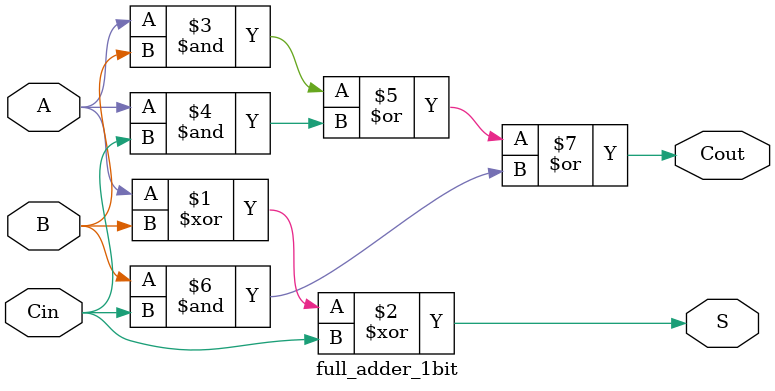
<source format=v>
/*
 * FA.v
 * Shawn Zhu
 * ECE552
 */
module full_adder_1bit( A, B, Cin, S, Cout);
  input A,B,Cin;		// three input bits to be added
  output S,Cout;		// Sum and carry out

  assign S = A ^ B ^ Cin;
  assign Cout = (A & B) | (A & Cin) | (B & Cin);
  
endmodule

</source>
